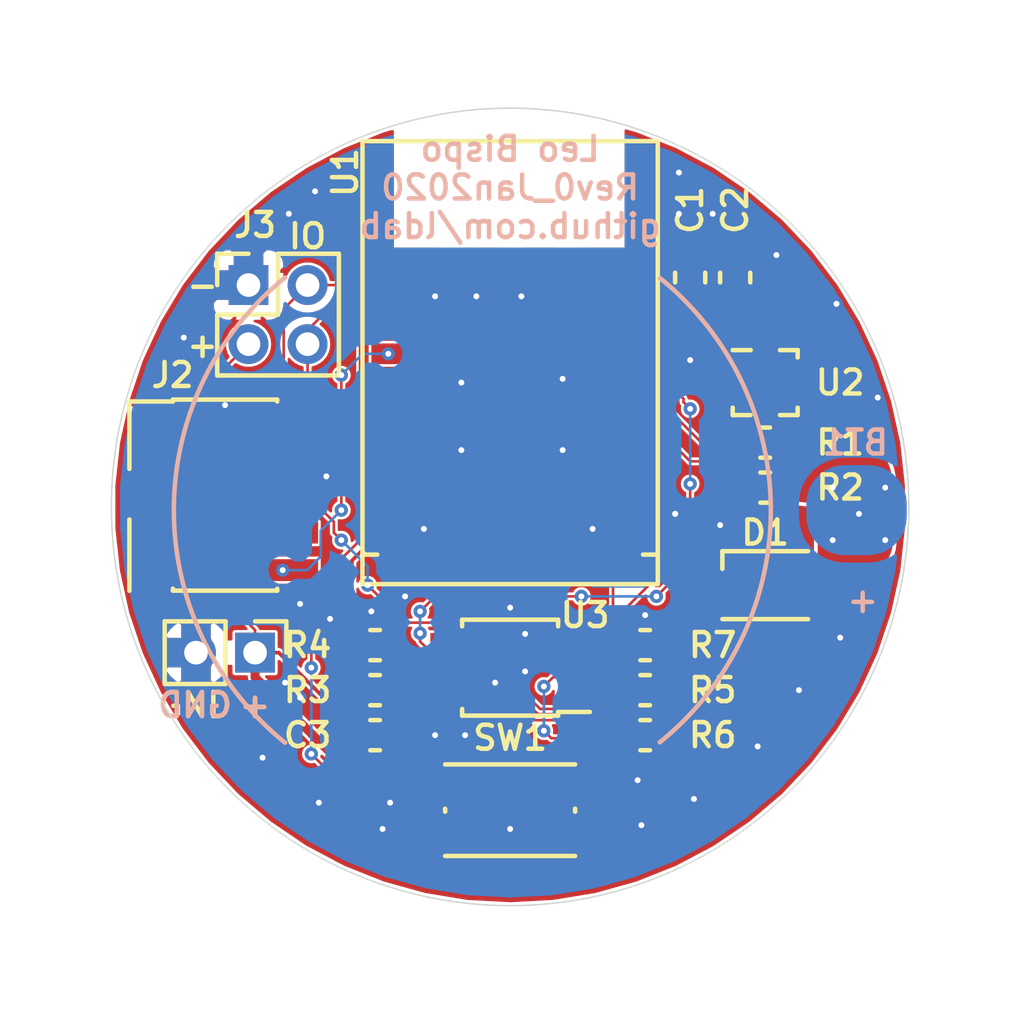
<source format=kicad_pcb>
(kicad_pcb (version 20171130) (host pcbnew "(5.1.4)-1")
  (layers (0 F.Cu signal) (31 B.Cu signal) (34 B.Paste user hide) (35 F.Paste user hide) (36 B.SilkS user) (37 F.SilkS user) (38 B.Mask user hide) (39 F.Mask user hide) (44 Edge.Cuts user))
  (net 0 "")
  (net 1 GND)
  (net 2 +BATT)
  (net 3 "Net-(D1-Pad4)")
  (net 4 "Net-(D1-Pad2)")
  (net 5 /RST)
  (net 6 /SWO\LED_B)
  (net 7 /SWDCLK)
  (net 8 /SWDIO)
  (net 9 /SCL)
  (net 10 /SDA)
  (net 11 /Switch)
  (net 12 /LED_R)
  (net 13 /LED_G)
  (net 14 /ADC_BATT)
  (net 15 "Net-(R5-Pad2)")
  (net 16 "Net-(R6-Pad2)")
  (net 17 "Net-(R7-Pad2)")
  (net 18 "Net-(D1-Pad1)")
  (module Connector_PinHeader_2.00mm:PinHeader_2x02_P2.00mm_Vertical (layer F.Cu) (at 120.682 79.248)
    (fp_text reference J3 (at 0.222 -2.032) (layer F.SilkS) (effects (font (size 0.8128 0.8128) (thickness 0.1524))))
    (fp_text value Conn_01x04)
    (fp_line (start -1.06 -1.06) (end 0 -1.06) (layer F.SilkS) (width 0.1524))
    (fp_line (start -1.06 0) (end -1.06 -1.06) (layer F.SilkS) (width 0.1524))
    (fp_line (start 1 -1.06) (end 3.06 -1.06) (layer F.SilkS) (width 0.1524))
    (fp_line (start 1 1) (end 1 -1.06) (layer F.SilkS) (width 0.1524))
    (fp_line (start -1.06 1) (end 1 1) (layer F.SilkS) (width 0.1524))
    (fp_line (start 3.06 -1.06) (end 3.06 3.06) (layer F.SilkS) (width 0.1524))
    (fp_line (start -1.06 1) (end -1.06 3.06) (layer F.SilkS) (width 0.1524))
    (fp_line (start -1.06 3.06) (end 3.06 3.06) (layer F.SilkS) (width 0.1524))
    (pad 4 thru_hole oval (at 2 2) (size 1.35 1.35) (drill 0.8) (layers *.Cu *.Mask) (net 7 /SWDCLK))
    (pad 3 thru_hole oval (at 0 2) (size 1.35 1.35) (drill 0.8) (layers *.Cu *.Mask) (net 2 +BATT))
    (pad 2 thru_hole oval (at 2 0) (size 1.35 1.35) (drill 0.8) (layers *.Cu *.Mask) (net 8 /SWDIO))
    (pad 1 thru_hole rect (at 0 0) (size 1.35 1.35) (drill 0.8) (layers *.Cu *.Mask) (net 1 GND))
  )
  (module custom:NINA-B3 (layer F.Cu) (at 129.54 84.074 90)
    (fp_text reference U1 (at 8.636 -5.588 90) (layer F.SilkS) (effects (font (size 0.8128 0.8128) (thickness 0.1524))))
    (fp_text value NINA-B3 hide)
    (fp_line (start -4.3 -5) (end -4.3 -4.5) (layer F.SilkS) (width 0.1524))
    (fp_line (start -4.3 5) (end -4.3 4.5) (layer F.SilkS) (width 0.1524))
    (fp_line (start 9.6995 -4.99872) (end -4.29844 -4.99872) (layer F.SilkS) (width 0.1524))
    (fp_line (start 9.6995 4.99872) (end 9.6995 -4.99872) (layer F.SilkS) (width 0.1524))
    (fp_line (start -4.29844 4.99872) (end 9.6995 4.99872) (layer F.SilkS) (width 0.1524))
    (fp_line (start -5.3 -4.99872) (end -5.3 4.99872) (layer F.SilkS) (width 0.1524))
    (fp_line (start -5.3 5) (end -4.3 5) (layer F.SilkS) (width 0.1524))
    (fp_line (start -5.3 -5) (end -4.3 -5) (layer F.SilkS) (width 0.1524))
    (pad 71 smd rect (at 9.05166 4.318 90) (size 0.7 0.7) (layers F.Cu F.Paste F.Mask) (net 1 GND))
    (pad 70 smd rect (at 9.05166 -4.34996 90) (size 0.7 0.7) (layers F.Cu F.Paste F.Mask) (net 1 GND))
    (pad 69 smd rect (at 6.50166 4.318 90) (size 0.7 0.7) (layers F.Cu F.Paste F.Mask) (net 1 GND))
    (pad 68 smd rect (at 6.50166 -4.34996 90) (size 0.7 0.7) (layers F.Cu F.Paste F.Mask) (net 1 GND))
    (pad 55 smd rect (at -4.64834 4 90) (size 0.7 0.7) (layers F.Cu F.Paste F.Mask))
    (pad 54 smd rect (at -4.64834 3 90) (size 0.7 0.7) (layers F.Cu F.Paste F.Mask))
    (pad 48 smd rect (at -4.64834 -3 90) (size 0.7 0.7) (layers F.Cu F.Paste F.Mask))
    (pad 47 smd rect (at -4.64834 -4 90) (size 0.7 0.7) (layers F.Cu F.Paste F.Mask))
    (pad 49 smd rect (at -4.64834 -2 90) (size 0.7 0.7) (layers F.Cu F.Paste F.Mask))
    (pad 50 smd rect (at -4.64834 -1 90) (size 0.7 0.7) (layers F.Cu F.Paste F.Mask))
    (pad 52 smd rect (at -4.64834 1 90) (size 0.7 0.7) (layers F.Cu F.Paste F.Mask))
    (pad 51 smd rect (at -4.64834 0 90) (size 0.7 0.7) (layers F.Cu F.Paste F.Mask))
    (pad 36 smd rect (at 3.45166 2.75004 90) (size 0.7 0.7) (layers F.Cu F.Paste F.Mask))
    (pad 35 smd rect (at 2.35166 2.75004 90) (size 0.7 0.7) (layers F.Cu F.Paste F.Mask))
    (pad 34 smd rect (at 1.25166 2.75004 90) (size 0.7 0.7) (layers F.Cu F.Paste F.Mask))
    (pad 33 smd rect (at 0.15166 2.75004 90) (size 0.7 0.7) (layers F.Cu F.Paste F.Mask))
    (pad 32 smd rect (at -0.94834 2.75004 90) (size 0.7 0.7) (layers F.Cu F.Paste F.Mask))
    (pad 43 smd rect (at -2.04834 -1.64996 90) (size 0.7 0.7) (layers F.Cu F.Paste F.Mask))
    (pad 31 smd rect (at -2.04834 2.75004 90) (size 0.7 0.7) (layers F.Cu F.Paste F.Mask))
    (pad 53 smd rect (at -4.64834 2 90) (size 0.7 0.7) (layers F.Cu F.Paste F.Mask) (net 1 GND))
    (pad 46 smd rect (at -2.04834 1.65004 90) (size 0.7 0.7) (layers F.Cu F.Paste F.Mask))
    (pad 44 smd rect (at -2.04834 -0.54996 90) (size 0.7 0.7) (layers F.Cu F.Paste F.Mask))
    (pad 45 smd rect (at -2.04834 0.55004 90) (size 0.7 0.7) (layers F.Cu F.Paste F.Mask))
    (pad 37 smd rect (at 3.45166 -2.74996 90) (size 0.7 0.7) (layers F.Cu F.Paste F.Mask))
    (pad 41 smd rect (at -0.94834 -2.74996 90) (size 0.7 0.7) (layers F.Cu F.Paste F.Mask))
    (pad 40 smd rect (at 0.15166 -2.74996 90) (size 0.7 0.7) (layers F.Cu F.Paste F.Mask))
    (pad 38 smd rect (at 2.35166 -2.74996 90) (size 0.7 0.7) (layers F.Cu F.Paste F.Mask))
    (pad 39 smd rect (at 1.25166 -2.74996 90) (size 0.7 0.7) (layers F.Cu F.Paste F.Mask))
    (pad 42 smd rect (at -2.04834 -2.74996 90) (size 0.7 0.7) (layers F.Cu F.Paste F.Mask))
    (pad 11 smd rect (at 5.42468 1.99898 270) (size 1.15 0.7) (layers F.Cu F.Paste F.Mask) (net 7 /SWDCLK))
    (pad 12 smd rect (at 5.42468 0.99822 270) (size 1.15 0.7) (layers F.Cu F.Paste F.Mask) (net 1 GND))
    (pad 13 smd rect (at 5.42468 0 270) (size 1.15 0.7) (layers F.Cu F.Paste F.Mask))
    (pad 14 smd rect (at 5.42468 -0.99822 270) (size 1.15 0.7) (layers F.Cu F.Paste F.Mask) (net 1 GND))
    (pad 15 smd rect (at 5.42468 -1.99898 270) (size 1.15 0.7) (layers F.Cu F.Paste F.Mask) (net 8 /SWDIO))
    (pad 64 smd rect (at 2.72466 1.72466 90) (size 0.7 0.7) (layers F.Cu F.Paste F.Mask) (net 1 GND))
    (pad 67 smd rect (at 2.72466 -1.72466 90) (size 0.7 0.7) (layers F.Cu F.Paste F.Mask) (net 1 GND))
    (pad 58 smd rect (at 0.42596 1.72466 90) (size 0.7 0.7) (layers F.Cu F.Paste F.Mask) (net 1 GND))
    (pad 61 smd rect (at 0.42596 -1.72466 90) (size 0.7 0.7) (layers F.Cu F.Paste F.Mask) (net 1 GND))
    (pad 57 smd rect (at -0.72466 -0.57404 90) (size 0.7 0.7) (layers F.Cu F.Paste F.Mask) (net 1 GND))
    (pad 60 smd rect (at 0.42596 -0.57404 90) (size 0.7 0.7) (layers F.Cu F.Paste F.Mask) (net 1 GND))
    (pad 63 smd rect (at 1.57404 -0.57404 90) (size 0.7 0.7) (layers F.Cu F.Paste F.Mask) (net 1 GND))
    (pad 66 smd rect (at 2.72466 -0.57404 90) (size 0.7 0.7) (layers F.Cu F.Paste F.Mask) (net 1 GND))
    (pad 65 smd rect (at 2.72466 0.57404 90) (size 0.7 0.7) (layers F.Cu F.Paste F.Mask) (net 1 GND))
    (pad 56 smd rect (at -0.72466 0.57404 90) (size 0.7 0.7) (layers F.Cu F.Paste F.Mask) (net 1 GND))
    (pad 59 smd rect (at 0.42596 0.57404 90) (size 0.7 0.7) (layers F.Cu F.Paste F.Mask) (net 1 GND))
    (pad 62 smd rect (at 1.57404 0.57404 90) (size 0.7 0.7) (layers F.Cu F.Paste F.Mask) (net 1 GND))
    (pad 30 smd rect (at -3.42468 1.99898 270) (size 1.15 0.7) (layers F.Cu F.Paste F.Mask) (net 1 GND))
    (pad 29 smd rect (at -3.42468 0.99822 270) (size 1.15 0.7) (layers F.Cu F.Paste F.Mask))
    (pad 28 smd rect (at -3.42468 0 270) (size 1.15 0.7) (layers F.Cu F.Paste F.Mask))
    (pad 27 smd rect (at -3.42468 -0.99822 270) (size 1.15 0.7) (layers F.Cu F.Paste F.Mask))
    (pad 26 smd rect (at -3.42468 -1.99898 270) (size 1.15 0.7) (layers F.Cu F.Paste F.Mask) (net 1 GND))
    (pad 1 smd rect (at -3.49834 4.12496 180) (size 1.15 0.7) (layers F.Cu F.Paste F.Mask) (net 12 /LED_R))
    (pad 2 smd rect (at -2.49758 4.12496 180) (size 1.15 0.7) (layers F.Cu F.Paste F.Mask))
    (pad 3 smd rect (at -1.49936 4.12496 180) (size 1.15 0.7) (layers F.Cu F.Paste F.Mask))
    (pad 4 smd rect (at -0.4986 4.12496 180) (size 1.15 0.7) (layers F.Cu F.Paste F.Mask) (net 10 /SDA))
    (pad 5 smd rect (at 0.50216 4.12496 180) (size 1.15 0.7) (layers F.Cu F.Paste F.Mask) (net 9 /SCL))
    (pad 6 smd rect (at 1.49784 4.12496 180) (size 1.15 0.7) (layers F.Cu F.Paste F.Mask) (net 1 GND))
    (pad 7 smd rect (at 2.4986 4.12496 180) (size 1.15 0.7) (layers F.Cu F.Paste F.Mask) (net 13 /LED_G))
    (pad 8 smd rect (at 3.49936 4.12496 180) (size 1.15 0.7) (layers F.Cu F.Paste F.Mask) (net 6 /SWO\LED_B))
    (pad 9 smd rect (at 4.49758 4.12496 180) (size 1.15 0.7) (layers F.Cu F.Paste F.Mask) (net 2 +BATT))
    (pad 10 smd rect (at 5.49834 4.12496 180) (size 1.15 0.7) (layers F.Cu F.Paste F.Mask) (net 2 +BATT))
    (pad 25 smd rect (at -3.49834 -4.12496 180) (size 1.15 0.7) (layers F.Cu F.Paste F.Mask) (net 14 /ADC_BATT))
    (pad 24 smd rect (at -2.49758 -4.12496 180) (size 1.15 0.7) (layers F.Cu F.Paste F.Mask))
    (pad 23 smd rect (at -1.49936 -4.12496 180) (size 1.15 0.7) (layers F.Cu F.Paste F.Mask))
    (pad 22 smd rect (at -0.4986 -4.12496 180) (size 1.15 0.7) (layers F.Cu F.Paste F.Mask))
    (pad 21 smd rect (at 0.50216 -4.12496 180) (size 1.15 0.7) (layers F.Cu F.Paste F.Mask))
    (pad 20 smd rect (at 1.49784 -4.12496 180) (size 1.15 0.7) (layers F.Cu F.Paste F.Mask))
    (pad 19 smd rect (at 2.4986 -4.12496 180) (size 1.15 0.7) (layers F.Cu F.Paste F.Mask) (net 5 /RST))
    (pad 18 smd rect (at 3.49936 -4.12496 180) (size 1.15 0.7) (layers F.Cu F.Paste F.Mask) (net 11 /Switch))
    (pad 17 smd rect (at 4.49758 -4.12496 180) (size 1.15 0.7) (layers F.Cu F.Paste F.Mask))
    (pad 16 smd rect (at 5.49834 -4.12496 180) (size 1.15 0.7) (layers F.Cu F.Paste F.Mask))
  )
  (module LED_SMD:LED_Cree-PLCC4_2x2mm_CW (layer F.Cu) (at 138.176 89.408)
    (fp_text reference D1 (at 0 -1.778) (layer F.SilkS) (effects (font (size 0.8128 0.8128) (thickness 0.1524))))
    (fp_text value LED_RBAG)
    (fp_line (start -1.45 1.15) (end 1.45 1.15) (layer F.SilkS) (width 0.1524))
    (fp_line (start -1.45 -1.15) (end 1.45 -1.15) (layer F.SilkS) (width 0.1524))
    (fp_line (start -1.45 -0.55) (end -1.45 -1.15) (layer F.SilkS) (width 0.1524))
    (pad 4 smd rect (at -0.75 0.55) (size 1 0.8) (layers F.Cu F.Paste F.Mask) (net 3 "Net-(D1-Pad4)"))
    (pad 3 smd rect (at 0.75 0.55) (size 1 0.8) (layers F.Cu F.Paste F.Mask) (net 2 +BATT))
    (pad 2 smd rect (at 0.75 -0.55) (size 1 0.8) (layers F.Cu F.Paste F.Mask) (net 4 "Net-(D1-Pad2)"))
    (pad 1 smd rect (at -0.75 -0.55) (size 1 0.8) (layers F.Cu F.Paste F.Mask) (net 18 "Net-(D1-Pad1)"))
  )
  (module Connector_PinHeader_2.00mm:PinHeader_1x02_P2.00mm_Vertical (layer F.Cu) (at 120.904 91.694 270)
    (fp_text reference J1 hide)
    (fp_text value "EXT VCC")
    (fp_line (start -1.06 -1.06) (end 0 -1.06) (layer F.SilkS) (width 0.1524))
    (fp_line (start -1.06 0) (end -1.06 -1.06) (layer F.SilkS) (width 0.1524))
    (fp_line (start -1.06 1) (end 1.06 1) (layer F.SilkS) (width 0.1524))
    (fp_line (start 1.06 1) (end 1.06 3.06) (layer F.SilkS) (width 0.1524))
    (fp_line (start -1.06 1) (end -1.06 3.06) (layer F.SilkS) (width 0.1524))
    (fp_line (start -1.06 3.06) (end 1.06 3.06) (layer F.SilkS) (width 0.1524))
    (pad 2 thru_hole oval (at 0 2 270) (size 1.35 1.35) (drill 0.8) (layers *.Cu *.Mask) (net 1 GND))
    (pad 1 thru_hole rect (at 0 0 270) (size 1.35 1.35) (drill 0.8) (layers *.Cu *.Mask) (net 2 +BATT))
  )
  (module Package_DFN_QFN:AMS_QFN-4-1EP_2x2mm_P0.95mm_EP0.7x1.6mm (layer F.Cu) (at 138.176 82.55)
    (fp_text reference U2 (at 2.54 0) (layer F.SilkS) (effects (font (size 0.8128 0.8128) (thickness 0.1524))))
    (fp_text value SHTC3)
    (fp_line (start 1.1 -1.1) (end 0.5 -1.1) (layer F.SilkS) (width 0.1524))
    (fp_line (start 1.1 -1.1) (end 1.1 -0.85) (layer F.SilkS) (width 0.1524))
    (fp_line (start 1.1 1.1) (end 1.1 0.85) (layer F.SilkS) (width 0.1524))
    (fp_line (start 1.1 1.1) (end 0.5 1.1) (layer F.SilkS) (width 0.1524))
    (fp_line (start -1.1 1.1) (end -1.1 0.85) (layer F.SilkS) (width 0.1524))
    (fp_line (start -1.1 1.1) (end -0.5 1.1) (layer F.SilkS) (width 0.1524))
    (fp_line (start -0.49 -1.1) (end -1.1 -1.1) (layer F.SilkS) (width 0.1524))
    (pad 5 smd rect (at 0 0) (size 0.7 1.6) (layers F.Cu F.Mask))
    (pad 4 smd rect (at 0.95 -0.475) (size 0.6 0.4) (layers F.Cu F.Paste F.Mask) (net 1 GND))
    (pad 2 smd rect (at -0.95 0.475) (size 0.6 0.4) (layers F.Cu F.Paste F.Mask) (net 9 /SCL))
    (pad 1 smd rect (at -0.95 -0.475) (size 0.6 0.4) (layers F.Cu F.Paste F.Mask) (net 2 +BATT))
    (pad 3 smd rect (at 0.95 0.475) (size 0.6 0.4) (layers F.Cu F.Paste F.Mask) (net 10 /SDA))
  )
  (module custom:BS-8-1 (layer B.Cu) (at 128.27 86.868)
    (fp_text reference BT1 (at 12.954 -2.286) (layer B.SilkS) (effects (font (size 0.8128 0.8128) (thickness 0.1524)) (justify mirror)))
    (fp_text value Battery_Cell)
    (fp_text user + (at 13.208 3.048) (layer B.SilkS) (effects (font (size 0.8128 0.8128) (thickness 0.1524)) (justify mirror)))
    (fp_arc (start 0 0) (end 6.35 -7.85) (angle 102.1455124) (layer B.SilkS) (width 0.1524))
    (fp_arc (start 0 0) (end -6.35 7.874) (angle 102.2310071) (layer B.SilkS) (width 0.1524))
    (pad 2 smd rect (at -6.1 0) (size 4.5 2.4) (drill (offset -2.25 0)) (layers B.Cu B.Paste B.Mask) (net 1 GND))
    (pad 1 smd roundrect (at 11.3 0 270) (size 3.05 3.4) (drill (offset 0 -1.7)) (layers B.Cu B.Paste B.Mask) (roundrect_rratio 0.426) (net 2 +BATT))
  )
  (module Resistor_SMD:R_0603_1608Metric (layer F.Cu) (at 124.968 91.44)
    (fp_text reference R4 (at -2.286 0) (layer F.SilkS) (effects (font (size 0.8128 0.8128) (thickness 0.1524))))
    (fp_text value 1M)
    (fp_line (start -0.162779 -0.51) (end 0.162779 -0.51) (layer F.SilkS) (width 0.1524))
    (fp_line (start -0.162779 0.51) (end 0.162779 0.51) (layer F.SilkS) (width 0.1524))
    (pad 1 smd roundrect (at -0.7875 0) (size 0.875 0.95) (layers F.Cu F.Paste F.Mask) (net 14 /ADC_BATT))
    (pad 2 smd roundrect (at 0.7875 0) (size 0.875 0.95) (layers F.Cu F.Paste F.Mask) (net 1 GND))
  )
  (module Resistor_SMD:R_0603_1608Metric (layer F.Cu) (at 124.968 92.964 180)
    (fp_text reference R3 (at 2.286 0) (layer F.SilkS) (effects (font (size 0.8128 0.8128) (thickness 0.1524))))
    (fp_text value 1M)
    (fp_line (start -0.162779 -0.51) (end 0.162779 -0.51) (layer F.SilkS) (width 0.1524))
    (fp_line (start -0.162779 0.51) (end 0.162779 0.51) (layer F.SilkS) (width 0.1524))
    (pad 1 smd roundrect (at -0.7875 0 180) (size 0.875 0.95) (layers F.Cu F.Paste F.Mask) (net 2 +BATT))
    (pad 2 smd roundrect (at 0.7875 0 180) (size 0.875 0.95) (layers F.Cu F.Paste F.Mask) (net 14 /ADC_BATT))
  )
  (module Package_SO:TSSOP-8_3x3mm_P0.65mm (layer F.Cu) (at 129.54 92.202 180)
    (fp_text reference U3 (at -2.54 1.778) (layer F.SilkS) (effects (font (size 0.8128 0.8128) (thickness 0.1524))))
    (fp_text value 74LVC3G07)
    (fp_line (start -1.625 -1.625) (end -1.625 -1.5) (layer F.SilkS) (width 0.1524))
    (fp_line (start 1.625 -1.625) (end 1.625 -1.4) (layer F.SilkS) (width 0.1524))
    (fp_line (start 1.625 1.625) (end 1.625 1.4) (layer F.SilkS) (width 0.1524))
    (fp_line (start -1.625 1.625) (end -1.625 1.4) (layer F.SilkS) (width 0.1524))
    (fp_line (start -1.625 -1.625) (end 1.625 -1.625) (layer F.SilkS) (width 0.1524))
    (fp_line (start -1.625 1.625) (end 1.625 1.625) (layer F.SilkS) (width 0.1524))
    (fp_line (start -1.625 -1.5) (end -2.7 -1.5) (layer F.SilkS) (width 0.1524))
    (pad 1 smd rect (at -2.15 -0.975 180) (size 1.1 0.4) (layers F.Cu F.Paste F.Mask) (net 12 /LED_R))
    (pad 2 smd rect (at -2.15 -0.325 180) (size 1.1 0.4) (layers F.Cu F.Paste F.Mask) (net 16 "Net-(R6-Pad2)"))
    (pad 3 smd rect (at -2.15 0.325 180) (size 1.1 0.4) (layers F.Cu F.Paste F.Mask) (net 6 /SWO\LED_B))
    (pad 4 smd rect (at -2.15 0.975 180) (size 1.1 0.4) (layers F.Cu F.Paste F.Mask) (net 1 GND))
    (pad 5 smd rect (at 2.15 0.975 180) (size 1.1 0.4) (layers F.Cu F.Paste F.Mask) (net 17 "Net-(R7-Pad2)"))
    (pad 6 smd rect (at 2.15 0.325 180) (size 1.1 0.4) (layers F.Cu F.Paste F.Mask) (net 13 /LED_G))
    (pad 7 smd rect (at 2.15 -0.325 180) (size 1.1 0.4) (layers F.Cu F.Paste F.Mask) (net 15 "Net-(R5-Pad2)"))
    (pad 8 smd rect (at 2.15 -0.975 180) (size 1.1 0.4) (layers F.Cu F.Paste F.Mask) (net 2 +BATT))
  )
  (module SamacSys_Parts:SW_Push_1P1T_NO_CK_KMR2 (layer F.Cu) (at 129.54 97.028)
    (fp_text reference SW1 (at 0 -2.45) (layer F.SilkS) (effects (font (size 0.8128 0.8128) (thickness 0.1524))))
    (fp_text value SW_Push_KMR2)
    (fp_line (start 2.2 0.05) (end 2.2 -0.05) (layer F.SilkS) (width 0.1524))
    (fp_line (start -2.2 1.55) (end 2.2 1.55) (layer F.SilkS) (width 0.1524))
    (fp_line (start 2.2 -1.55) (end -2.2 -1.55) (layer F.SilkS) (width 0.1524))
    (fp_line (start -2.2 0.05) (end -2.2 -0.05) (layer F.SilkS) (width 0.1524))
    (pad 1 smd rect (at -2.05 -0.8 90) (size 0.9 1) (layers F.Cu F.Paste F.Mask) (net 11 /Switch))
    (pad 2 smd rect (at -2.05 0.8 90) (size 0.9 1) (layers F.Cu F.Paste F.Mask) (net 1 GND))
    (pad 1 smd rect (at 2.05 -0.8 90) (size 0.9 1) (layers F.Cu F.Paste F.Mask) (net 11 /Switch))
    (pad 2 smd rect (at 2.05 0.8 90) (size 0.9 1) (layers F.Cu F.Paste F.Mask) (net 1 GND))
  )
  (module Resistor_SMD:R_0603_1608Metric (layer F.Cu) (at 138.176 86.106 180)
    (fp_text reference R2 (at -2.54 0) (layer F.SilkS) (effects (font (size 0.8128 0.8128) (thickness 0.1524))))
    (fp_text value 4K7)
    (fp_line (start -0.162779 -0.51) (end 0.162779 -0.51) (layer F.SilkS) (width 0.1524))
    (fp_line (start -0.162779 0.51) (end 0.162779 0.51) (layer F.SilkS) (width 0.1524))
    (pad 1 smd roundrect (at -0.7875 0 180) (size 0.875 0.95) (layers F.Cu F.Paste F.Mask) (net 2 +BATT))
    (pad 2 smd roundrect (at 0.7875 0 180) (size 0.875 0.95) (layers F.Cu F.Paste F.Mask) (net 10 /SDA))
  )
  (module Resistor_SMD:R_0603_1608Metric (layer F.Cu) (at 138.176 84.582 180)
    (fp_text reference R1 (at -2.54 0) (layer F.SilkS) (effects (font (size 0.8128 0.8128) (thickness 0.1524))))
    (fp_text value 4K7)
    (fp_line (start -0.162779 -0.51) (end 0.162779 -0.51) (layer F.SilkS) (width 0.1524))
    (fp_line (start -0.162779 0.51) (end 0.162779 0.51) (layer F.SilkS) (width 0.1524))
    (pad 1 smd roundrect (at -0.7875 0 180) (size 0.875 0.95) (layers F.Cu F.Paste F.Mask) (net 2 +BATT))
    (pad 2 smd roundrect (at 0.7875 0 180) (size 0.875 0.95) (layers F.Cu F.Paste F.Mask) (net 9 /SCL))
  )
  (module Resistor_SMD:R_0603_1608Metric (layer F.Cu) (at 134.112 91.44 180)
    (fp_text reference R7 (at -2.286 0) (layer F.SilkS) (effects (font (size 0.8128 0.8128) (thickness 0.1524))))
    (fp_text value 1K)
    (fp_line (start -0.162779 -0.51) (end 0.162779 -0.51) (layer F.SilkS) (width 0.1524))
    (fp_line (start -0.162779 0.51) (end 0.162779 0.51) (layer F.SilkS) (width 0.1524))
    (pad 1 smd roundrect (at -0.7875 0 180) (size 0.875 0.95) (layers F.Cu F.Paste F.Mask) (net 4 "Net-(D1-Pad2)"))
    (pad 2 smd roundrect (at 0.7875 0 180) (size 0.875 0.95) (layers F.Cu F.Paste F.Mask) (net 17 "Net-(R7-Pad2)"))
  )
  (module Resistor_SMD:R_0603_1608Metric (layer F.Cu) (at 134.112 94.488 180)
    (fp_text reference R6 (at -2.286 0) (layer F.SilkS) (effects (font (size 0.8128 0.8128) (thickness 0.1524))))
    (fp_text value 1K)
    (fp_line (start -0.162779 -0.51) (end 0.162779 -0.51) (layer F.SilkS) (width 0.1524))
    (fp_line (start -0.162779 0.51) (end 0.162779 0.51) (layer F.SilkS) (width 0.1524))
    (pad 1 smd roundrect (at -0.7875 0 180) (size 0.875 0.95) (layers F.Cu F.Paste F.Mask) (net 3 "Net-(D1-Pad4)"))
    (pad 2 smd roundrect (at 0.7875 0 180) (size 0.875 0.95) (layers F.Cu F.Paste F.Mask) (net 16 "Net-(R6-Pad2)"))
  )
  (module Resistor_SMD:R_0603_1608Metric (layer F.Cu) (at 134.112 92.964 180)
    (fp_text reference R5 (at -2.286 0) (layer F.SilkS) (effects (font (size 0.8128 0.8128) (thickness 0.1524))))
    (fp_text value 1K)
    (fp_line (start -0.162779 -0.51) (end 0.162779 -0.51) (layer F.SilkS) (width 0.1524))
    (fp_line (start -0.162779 0.51) (end 0.162779 0.51) (layer F.SilkS) (width 0.1524))
    (pad 1 smd roundrect (at -0.7875 0 180) (size 0.875 0.95) (layers F.Cu F.Paste F.Mask) (net 18 "Net-(D1-Pad1)"))
    (pad 2 smd roundrect (at 0.7875 0 180) (size 0.875 0.95) (layers F.Cu F.Paste F.Mask) (net 15 "Net-(R5-Pad2)"))
  )
  (module custom:SWD_JTAG (layer F.Cu) (at 119.888 86.36)
    (fp_text reference J2 (at -1.778 -4.064) (layer F.SilkS) (effects (font (size 0.8128 0.8128) (thickness 0.1524))))
    (fp_text value Conn_ARM_JTAG_SWD_10)
    (fp_line (start -1.765 -3.235) (end 1.765 -3.235) (layer F.SilkS) (width 0.1524))
    (fp_line (start -1.765 3.235) (end 1.765 3.235) (layer F.SilkS) (width 0.1524))
    (fp_line (start -3.09 -3.17) (end -1.765 -3.17) (layer F.SilkS) (width 0.1524))
    (fp_line (start -1.765 -3.235) (end -1.765 -3.17) (layer F.SilkS) (width 0.1524))
    (fp_line (start 1.765 -3.235) (end 1.765 -3.17) (layer F.SilkS) (width 0.1524))
    (fp_line (start -1.765 3.17) (end -1.765 3.235) (layer F.SilkS) (width 0.1524))
    (fp_line (start 1.765 3.17) (end 1.765 3.235) (layer F.SilkS) (width 0.1524))
    (fp_line (start -3.09 -3.17) (end -3.2385 -3.175) (layer F.SilkS) (width 0.1524))
    (fp_line (start -3.2385 -3.175) (end -3.2385 -0.889) (layer F.SilkS) (width 0.1524))
    (fp_line (start -3.2385 0.8255) (end -3.2385 3.2385) (layer F.SilkS) (width 0.1524))
    (pad 1 smd rect (at -1.95 -2.54) (size 2.4 0.74) (layers F.Cu F.Paste F.Mask) (net 2 +BATT))
    (pad 2 smd rect (at 1.95 -2.54) (size 2.4 0.74) (layers F.Cu F.Paste F.Mask) (net 8 /SWDIO))
    (pad 3 smd rect (at -1.95 -1.27) (size 2.4 0.74) (layers F.Cu F.Paste F.Mask) (net 1 GND))
    (pad 4 smd rect (at 1.95 -1.27) (size 2.4 0.74) (layers F.Cu F.Paste F.Mask) (net 7 /SWDCLK))
    (pad 5 smd rect (at -1.95 0) (size 2.4 0.74) (layers F.Cu F.Paste F.Mask) (net 1 GND))
    (pad 6 smd rect (at 1.95 0) (size 2.4 0.74) (layers F.Cu F.Paste F.Mask) (net 6 /SWO\LED_B))
    (pad 7 smd rect (at -1.95 1.27) (size 2.4 0.74) (layers F.Cu F.Paste F.Mask))
    (pad 8 smd rect (at 1.95 1.27) (size 2.4 0.74) (layers F.Cu F.Paste F.Mask))
    (pad 9 smd rect (at -1.95 2.54) (size 2.4 0.74) (layers F.Cu F.Paste F.Mask) (net 1 GND))
    (pad 10 smd rect (at 1.95 2.54) (size 2.4 0.74) (layers F.Cu F.Paste F.Mask) (net 5 /RST))
  )
  (module Capacitor_SMD:C_0603_1608Metric (layer F.Cu) (at 124.968 94.488 180)
    (fp_text reference C3 (at 2.286 0) (layer F.SilkS) (effects (font (size 0.8128 0.8128) (thickness 0.1524))))
    (fp_text value 100n)
    (fp_line (start -0.162779 -0.51) (end 0.162779 -0.51) (layer F.SilkS) (width 0.1524))
    (fp_line (start -0.162779 0.51) (end 0.162779 0.51) (layer F.SilkS) (width 0.1524))
    (pad 1 smd roundrect (at -0.7875 0 180) (size 0.875 0.95) (layers F.Cu F.Paste F.Mask) (net 2 +BATT))
    (pad 2 smd roundrect (at 0.7875 0 180) (size 0.875 0.95) (layers F.Cu F.Paste F.Mask) (net 1 GND))
  )
  (module Capacitor_SMD:C_0603_1608Metric (layer F.Cu) (at 137.16 78.994 90)
    (fp_text reference C2 (at 2.286 0 90) (layer F.SilkS) (effects (font (size 0.8128 0.8128) (thickness 0.1524))))
    (fp_text value 100n)
    (fp_line (start -0.162779 -0.51) (end 0.162779 -0.51) (layer F.SilkS) (width 0.1524))
    (fp_line (start -0.162779 0.51) (end 0.162779 0.51) (layer F.SilkS) (width 0.1524))
    (pad 1 smd roundrect (at -0.7875 0 90) (size 0.875 0.95) (layers F.Cu F.Paste F.Mask) (net 2 +BATT))
    (pad 2 smd roundrect (at 0.7875 0 90) (size 0.875 0.95) (layers F.Cu F.Paste F.Mask) (net 1 GND))
  )
  (module Capacitor_SMD:C_0603_1608Metric (layer F.Cu) (at 135.636 78.994 90)
    (fp_text reference C1 (at 2.286 0 90) (layer F.SilkS) (effects (font (size 0.8128 0.8128) (thickness 0.1524))))
    (fp_text value 100n)
    (fp_line (start -0.162779 -0.51) (end 0.162779 -0.51) (layer F.SilkS) (width 0.1524))
    (fp_line (start -0.162779 0.51) (end 0.162779 0.51) (layer F.SilkS) (width 0.1524))
    (pad 1 smd roundrect (at -0.7875 0 90) (size 0.875 0.95) (layers F.Cu F.Paste F.Mask) (net 2 +BATT))
    (pad 2 smd roundrect (at 0.7875 0 90) (size 0.875 0.95) (layers F.Cu F.Paste F.Mask) (net 1 GND))
  )
  (gr_text "Leo Bispo\nRev0_Jan2020\ngithub.com/ldab" (at 129.54 75.946) (layer B.SilkS) (effects (font (size 0.8128 0.8128) (thickness 0.1524)) (justify mirror)))
  (gr_text + (at 120.904 93.472) (layer B.SilkS) (effects (font (size 0.8128 0.8128) (thickness 0.1524)) (justify mirror)))
  (gr_text GND (at 118.872 93.472) (layer B.SilkS) (effects (font (size 0.8128 0.8128) (thickness 0.1524)) (justify mirror)))
  (gr_text GND (at 118.872 93.472) (layer F.SilkS) (effects (font (size 0.8128 0.8128) (thickness 0.1524))))
  (gr_text + (at 120.904 93.472) (layer F.SilkS) (effects (font (size 0.8128 0.8128) (thickness 0.1524))))
  (gr_text IO (at 122.682 77.597) (layer F.SilkS) (effects (font (size 0.8128 0.8128) (thickness 0.1524))))
  (gr_text - (at 119.126 79.248) (layer F.SilkS) (effects (font (size 0.8128 0.8128) (thickness 0.1524))))
  (gr_text + (at 119.126 81.28) (layer F.SilkS) (effects (font (size 0.8128 0.8128) (thickness 0.1524))))
  (gr_circle (center 129.54 86.759) (end 143.04 86.759) (layer Edge.Cuts) (width 0.05))
  (via (at 135.255 75.438) (size 0.45) (drill 0.2) (layers F.Cu B.Cu) (net 1))
  (via (at 135.255 76.835) (size 0.45) (drill 0.2) (layers F.Cu B.Cu) (net 1))
  (via (at 136.398 76.835) (size 0.45) (drill 0.2) (layers F.Cu B.Cu) (net 1))
  (via (at 138.557 78.232) (size 0.45) (drill 0.2) (layers F.Cu B.Cu) (net 1))
  (via (at 129.032 92.71) (size 0.45) (drill 0.2) (layers F.Cu B.Cu) (net 1))
  (via (at 130.048 92.329) (size 0.45) (drill 0.2) (layers F.Cu B.Cu) (net 1))
  (via (at 130.048 91.059) (size 0.45) (drill 0.2) (layers F.Cu B.Cu) (net 1))
  (via (at 134.112 90.424) (size 0.45) (drill 0.2) (layers F.Cu B.Cu) (net 1))
  (via (at 129.54 90.17) (size 0.45) (drill 0.2) (layers F.Cu B.Cu) (net 1))
  (via (at 124.841 90.297) (size 0.45) (drill 0.2) (layers F.Cu B.Cu) (net 1))
  (via (at 125.984 89.789) (size 0.45) (drill 0.2) (layers F.Cu B.Cu) (net 1))
  (via (at 122.428 90.043) (size 0.45) (drill 0.2) (layers F.Cu B.Cu) (net 1))
  (via (at 121.158 95.25) (size 0.45) (drill 0.2) (layers F.Cu B.Cu) (net 1))
  (via (at 123.063 96.774) (size 0.45) (drill 0.2) (layers F.Cu B.Cu) (net 1))
  (via (at 125.222 97.663) (size 0.45) (drill 0.2) (layers F.Cu B.Cu) (net 1))
  (via (at 129.54 97.663) (size 0.45) (drill 0.2) (layers F.Cu B.Cu) (net 1))
  (via (at 133.985 97.536) (size 0.45) (drill 0.2) (layers F.Cu B.Cu) (net 1))
  (via (at 135.763 96.647) (size 0.45) (drill 0.2) (layers F.Cu B.Cu) (net 1))
  (via (at 137.922 94.869) (size 0.45) (drill 0.2) (layers F.Cu B.Cu) (net 1))
  (via (at 139.319 92.964) (size 0.45) (drill 0.2) (layers F.Cu B.Cu) (net 1))
  (via (at 140.716 91.186) (size 0.45) (drill 0.2) (layers F.Cu B.Cu) (net 1))
  (via (at 141.986 83.058) (size 0.45) (drill 0.2) (layers F.Cu B.Cu) (net 1))
  (via (at 140.589 79.883) (size 0.45) (drill 0.2) (layers F.Cu B.Cu) (net 1))
  (via (at 135.636 81.788) (size 0.45) (drill 0.2) (layers F.Cu B.Cu) (net 1))
  (via (at 135.128 86.995) (size 0.45) (drill 0.2) (layers F.Cu B.Cu) (net 1))
  (via (at 135.128 86.995) (size 0.45) (drill 0.2) (layers F.Cu B.Cu) (net 1))
  (via (at 136.652 87.376) (size 0.45) (drill 0.2) (layers F.Cu B.Cu) (net 1))
  (via (at 119.888 83.312) (size 0.45) (drill 0.2) (layers F.Cu B.Cu) (net 1))
  (via (at 118.491 81.026) (size 0.45) (drill 0.2) (layers F.Cu B.Cu) (net 1))
  (via (at 122.047 76.835) (size 0.45) (drill 0.2) (layers F.Cu B.Cu) (net 1))
  (via (at 122.936 76.073) (size 0.45) (drill 0.2) (layers F.Cu B.Cu) (net 1))
  (via (at 127.889 84.836) (size 0.45) (drill 0.2) (layers F.Cu B.Cu) (net 1))
  (via (at 127.889 82.55) (size 0.45) (drill 0.2) (layers F.Cu B.Cu) (net 1))
  (via (at 131.318 82.423) (size 0.45) (drill 0.2) (layers F.Cu B.Cu) (net 1))
  (via (at 131.318 84.836) (size 0.45) (drill 0.2) (layers F.Cu B.Cu) (net 1))
  (via (at 126.619 87.503) (size 0.45) (drill 0.2) (layers F.Cu B.Cu) (net 1))
  (via (at 132.334 87.503) (size 0.45) (drill 0.2) (layers F.Cu B.Cu) (net 1))
  (via (at 127 79.629) (size 0.45) (drill 0.2) (layers F.Cu B.Cu) (net 1))
  (via (at 128.397 79.629) (size 0.45) (drill 0.2) (layers F.Cu B.Cu) (net 1))
  (via (at 129.921 79.629) (size 0.45) (drill 0.2) (layers F.Cu B.Cu) (net 1))
  (via (at 123.317 85.725) (size 0.45) (drill 0.2) (layers F.Cu B.Cu) (net 1))
  (via (at 123.444 90.551) (size 0.45) (drill 0.2) (layers F.Cu B.Cu) (net 1))
  (via (at 127 94.488) (size 0.45) (drill 0.2) (layers F.Cu B.Cu) (net 1))
  (via (at 128.016 94.488) (size 0.45) (drill 0.2) (layers F.Cu B.Cu) (net 1))
  (via (at 125.476 96.774) (size 0.45) (drill 0.2) (layers F.Cu B.Cu) (net 1))
  (via (at 133.858 96.012) (size 0.45) (drill 0.2) (layers F.Cu B.Cu) (net 1))
  (via (at 121.92 92.71) (size 0.45) (drill 0.2) (layers F.Cu B.Cu) (net 1))
  (via (at 122.428 93.218) (size 0.45) (drill 0.2) (layers F.Cu B.Cu) (net 1))
  (via (at 142.24 87.884) (size 0.45) (drill 0.2) (layers F.Cu B.Cu) (net 2))
  (via (at 140.462 87.884) (size 0.45) (drill 0.2) (layers F.Cu B.Cu) (net 2))
  (via (at 142.24 86.106) (size 0.45) (drill 0.2) (layers F.Cu B.Cu) (net 2))
  (via (at 141.351 86.995) (size 0.45) (drill 0.2) (layers F.Cu B.Cu) (net 2))
  (via (at 140.462 86.106) (size 0.45) (drill 0.2) (layers F.Cu B.Cu) (net 2))
  (segment (start 125.7555 93.913) (end 125.7555 92.964) (width 0.127) (layer F.Cu) (net 2))
  (segment (start 125.9685 93.177) (end 125.7555 92.964) (width 0.127) (layer F.Cu) (net 2))
  (segment (start 127.39 93.177) (end 125.9685 93.177) (width 0.127) (layer F.Cu) (net 2))
  (segment (start 125.7555 94.488) (end 125.7555 93.913) (width 0.127) (layer F.Cu) (net 2))
  (segment (start 121.706 91.694) (end 120.904 91.694) (width 0.127) (layer F.Cu) (net 2))
  (segment (start 123.738 93.726) (end 121.706 91.694) (width 0.127) (layer F.Cu) (net 2))
  (segment (start 125.7555 93.913) (end 125.5685 93.726) (width 0.127) (layer F.Cu) (net 2))
  (segment (start 125.5685 93.726) (end 123.738 93.726) (width 0.127) (layer F.Cu) (net 2))
  (segment (start 118.11 83.82) (end 117.938 83.82) (width 0.0889) (layer F.Cu) (net 2))
  (segment (start 120.682 81.248) (end 118.11 83.82) (width 0.0889) (layer F.Cu) (net 2))
  (segment (start 119.2269 83.82) (end 120.015 84.6081) (width 0.0889) (layer F.Cu) (net 2))
  (segment (start 117.938 83.82) (end 119.2269 83.82) (width 0.0889) (layer F.Cu) (net 2))
  (segment (start 120.904 90.9301) (end 120.904 91.694) (width 0.0889) (layer F.Cu) (net 2))
  (segment (start 120.015 90.0411) (end 120.904 90.9301) (width 0.0889) (layer F.Cu) (net 2))
  (segment (start 120.015 84.6081) (end 120.015 90.0411) (width 0.0889) (layer F.Cu) (net 2))
  (segment (start 137.226 79.8475) (end 137.16 79.7815) (width 0.0889) (layer F.Cu) (net 2))
  (segment (start 137.226 82.075) (end 137.226 79.8475) (width 0.0889) (layer F.Cu) (net 2))
  (segment (start 138.926 89.958) (end 138.926 92.666874) (width 0.3048) (layer F.Cu) (net 2))
  (segment (start 138.926 92.666874) (end 136.342874 95.25) (width 0.3048) (layer F.Cu) (net 2))
  (segment (start 120.904 92.527874) (end 120.904 91.694) (width 0.3048) (layer F.Cu) (net 2))
  (segment (start 123.626126 95.25) (end 120.904 92.527874) (width 0.3048) (layer F.Cu) (net 2))
  (segment (start 136.342874 95.25) (end 123.626126 95.25) (width 0.3048) (layer F.Cu) (net 2))
  (segment (start 137.426 91.9615) (end 134.8995 94.488) (width 0.0889) (layer F.Cu) (net 3))
  (segment (start 137.426 89.958) (end 137.426 91.9615) (width 0.0889) (layer F.Cu) (net 3))
  (segment (start 138.926 88.3691) (end 138.5679 88.011) (width 0.0889) (layer F.Cu) (net 4))
  (segment (start 138.926 88.858) (end 138.926 88.3691) (width 0.0889) (layer F.Cu) (net 4))
  (segment (start 137.132968 88.011) (end 135.763 89.380968) (width 0.0889) (layer F.Cu) (net 4))
  (segment (start 138.5679 88.011) (end 137.132968 88.011) (width 0.0889) (layer F.Cu) (net 4))
  (segment (start 135.763 90.5765) (end 134.8995 91.44) (width 0.0889) (layer F.Cu) (net 4))
  (segment (start 135.763 89.380968) (end 135.763 90.5765) (width 0.0889) (layer F.Cu) (net 4))
  (via (at 125.41504 81.5754) (size 0.45) (drill 0.2) (layers F.Cu B.Cu) (net 5))
  (via (at 123.825 82.296) (size 0.45) (drill 0.2) (layers F.Cu B.Cu) (net 5))
  (segment (start 123.825 82.296) (end 123.825 86.741) (width 0.0889) (layer F.Cu) (net 5))
  (via (at 121.838 88.9) (size 0.45) (drill 0.2) (layers F.Cu B.Cu) (net 5))
  (via (at 123.825 86.868) (size 0.45) (drill 0.2) (layers F.Cu B.Cu) (net 5))
  (segment (start 121.838 88.9) (end 122.668 88.9) (width 0.0889) (layer B.Cu) (net 5))
  (segment (start 123.1269 88.4411) (end 123.1269 87.5661) (width 0.0889) (layer B.Cu) (net 5))
  (segment (start 123.600001 87.092999) (end 123.825 86.868) (width 0.0889) (layer B.Cu) (net 5))
  (segment (start 122.668 88.9) (end 123.1269 88.4411) (width 0.0889) (layer B.Cu) (net 5))
  (segment (start 123.1269 87.5661) (end 123.600001 87.092999) (width 0.0889) (layer B.Cu) (net 5))
  (segment (start 124.5456 81.5754) (end 123.825 82.296) (width 0.0889) (layer B.Cu) (net 5))
  (segment (start 125.41504 81.5754) (end 124.5456 81.5754) (width 0.0889) (layer B.Cu) (net 5))
  (segment (start 132.3289 91.877) (end 131.69 91.877) (width 0.0889) (layer F.Cu) (net 6))
  (segment (start 132.461 91.7449) (end 132.3289 91.877) (width 0.0889) (layer F.Cu) (net 6))
  (segment (start 132.461 90.678) (end 132.461 91.7449) (width 0.0889) (layer F.Cu) (net 6))
  (segment (start 133.277772 80.57464) (end 132.842 81.010412) (width 0.0889) (layer F.Cu) (net 6))
  (segment (start 133.66496 80.57464) (end 133.277772 80.57464) (width 0.0889) (layer F.Cu) (net 6))
  (segment (start 132.842 81.010412) (end 132.842 88.011) (width 0.0889) (layer F.Cu) (net 6))
  (segment (start 132.842 88.011) (end 133.023351 88.192351) (width 0.0889) (layer F.Cu) (net 6))
  (segment (start 133.023351 88.192351) (end 133.023351 90.115649) (width 0.0889) (layer F.Cu) (net 6))
  (segment (start 133.023351 90.115649) (end 132.461 90.678) (width 0.0889) (layer F.Cu) (net 6))
  (via (at 123.825 87.884) (size 0.45) (drill 0.2) (layers F.Cu B.Cu) (net 6))
  (via (at 124.714 89.408) (size 0.45) (drill 0.2) (layers F.Cu B.Cu) (net 6))
  (segment (start 123.825 87.884) (end 124.714 88.773) (width 0.0889) (layer B.Cu) (net 6))
  (segment (start 124.714 88.773) (end 124.714 89.408) (width 0.0889) (layer B.Cu) (net 6))
  (segment (start 125.984 90.678) (end 132.461 90.678) (width 0.0889) (layer F.Cu) (net 6))
  (segment (start 124.714 89.408) (end 125.984 90.678) (width 0.0889) (layer F.Cu) (net 6))
  (segment (start 123.571 87.63) (end 123.600001 87.659001) (width 0.0889) (layer F.Cu) (net 6))
  (segment (start 123.571 87.263) (end 123.571 87.63) (width 0.0889) (layer F.Cu) (net 6))
  (segment (start 121.838 86.36) (end 122.668 86.36) (width 0.0889) (layer F.Cu) (net 6))
  (segment (start 122.668 86.36) (end 123.571 87.263) (width 0.0889) (layer F.Cu) (net 6))
  (segment (start 123.600001 87.659001) (end 123.825 87.884) (width 0.0889) (layer F.Cu) (net 6))
  (segment (start 131.53898 78.64932) (end 131.53898 79.502) (width 0.0889) (layer F.Cu) (net 7))
  (segment (start 131.53898 79.502) (end 131.53898 79.53502) (width 0.0889) (layer F.Cu) (net 7))
  (segment (start 131.53898 79.53502) (end 130.937 80.137) (width 0.0889) (layer F.Cu) (net 7))
  (segment (start 126.096721 80.091289) (end 123.362711 80.091289) (width 0.0889) (layer F.Cu) (net 7))
  (segment (start 130.937 80.137) (end 126.142432 80.137) (width 0.0889) (layer F.Cu) (net 7))
  (segment (start 126.142432 80.137) (end 126.096721 80.091289) (width 0.0889) (layer F.Cu) (net 7))
  (segment (start 123.362711 80.091289) (end 123.19 80.264) (width 0.0889) (layer F.Cu) (net 7))
  (segment (start 122.682 81.248) (end 122.682 80.772) (width 0.127) (layer F.Cu) (net 7))
  (segment (start 122.682 80.772) (end 123.19 80.264) (width 0.0889) (layer F.Cu) (net 7))
  (segment (start 122.682 82.202594) (end 123.444 82.964594) (width 0.0889) (layer F.Cu) (net 7))
  (segment (start 122.682 81.248) (end 122.682 82.202594) (width 0.0889) (layer F.Cu) (net 7))
  (segment (start 123.1269 85.09) (end 121.838 85.09) (width 0.0889) (layer F.Cu) (net 7))
  (segment (start 123.444 82.964594) (end 123.444 84.7729) (width 0.0889) (layer F.Cu) (net 7))
  (segment (start 123.444 84.7729) (end 123.1269 85.09) (width 0.0889) (layer F.Cu) (net 7))
  (segment (start 122.007001 79.922999) (end 122.682 79.248) (width 0.0889) (layer F.Cu) (net 8))
  (segment (start 121.873649 80.056351) (end 122.007001 79.922999) (width 0.0889) (layer F.Cu) (net 8))
  (segment (start 121.873649 83.325451) (end 121.873649 80.056351) (width 0.0889) (layer F.Cu) (net 8))
  (segment (start 121.838 83.3611) (end 121.873649 83.325451) (width 0.0889) (layer F.Cu) (net 8))
  (segment (start 121.838 83.82) (end 121.838 83.3611) (width 0.0889) (layer F.Cu) (net 8))
  (segment (start 122.682 79.248) (end 124.333 79.248) (width 0.0889) (layer F.Cu) (net 8))
  (segment (start 127.10212 78.64932) (end 127.54102 78.64932) (width 0.0889) (layer F.Cu) (net 8))
  (segment (start 126.658371 79.093069) (end 127.10212 78.64932) (width 0.0889) (layer F.Cu) (net 8))
  (segment (start 124.487931 79.093069) (end 126.658371 79.093069) (width 0.0889) (layer F.Cu) (net 8))
  (segment (start 124.333 79.248) (end 124.487931 79.093069) (width 0.0889) (layer F.Cu) (net 8))
  (segment (start 137.226 84.4195) (end 137.3885 84.582) (width 0.0889) (layer F.Cu) (net 9))
  (segment (start 137.226 83.025) (end 137.226 84.4195) (width 0.0889) (layer F.Cu) (net 9))
  (segment (start 137.3885 84.582) (end 136.017 84.582) (width 0.0889) (layer F.Cu) (net 9))
  (segment (start 135.00684 83.57184) (end 133.66496 83.57184) (width 0.0889) (layer F.Cu) (net 9))
  (segment (start 136.017 84.582) (end 135.00684 83.57184) (width 0.0889) (layer F.Cu) (net 9))
  (segment (start 137.850112 85.644388) (end 137.3885 86.106) (width 0.0889) (layer F.Cu) (net 10))
  (segment (start 138.176 85.3185) (end 137.850112 85.644388) (width 0.0889) (layer F.Cu) (net 10))
  (segment (start 138.176 84.2639) (end 138.176 85.3185) (width 0.0889) (layer F.Cu) (net 10))
  (segment (start 139.126 83.025) (end 139.126 83.3139) (width 0.0889) (layer F.Cu) (net 10))
  (segment (start 139.126 83.3139) (end 138.176 84.2639) (width 0.0889) (layer F.Cu) (net 10))
  (segment (start 137.3885 86.106) (end 136.4995 85.217) (width 0.0889) (layer F.Cu) (net 10))
  (segment (start 136.4995 85.217) (end 135.636 85.217) (width 0.0889) (layer F.Cu) (net 10))
  (segment (start 134.9916 84.5726) (end 133.66496 84.5726) (width 0.0889) (layer F.Cu) (net 10))
  (segment (start 135.636 85.217) (end 134.9916 84.5726) (width 0.0889) (layer F.Cu) (net 10))
  (segment (start 128.0789 96.228) (end 131.59 96.228) (width 0.0889) (layer F.Cu) (net 11))
  (segment (start 127.49 96.228) (end 128.0789 96.228) (width 0.0889) (layer F.Cu) (net 11))
  (segment (start 127.49 96.228) (end 123.952 96.228) (width 0.0889) (layer F.Cu) (net 11))
  (via (at 122.809 95.123) (size 0.45) (drill 0.2) (layers F.Cu B.Cu) (net 11))
  (segment (start 123.952 96.228) (end 123.914 96.228) (width 0.0889) (layer F.Cu) (net 11))
  (segment (start 123.914 96.228) (end 122.809 95.123) (width 0.0889) (layer F.Cu) (net 11))
  (via (at 122.809 92.202) (size 0.45) (drill 0.2) (layers F.Cu B.Cu) (net 11))
  (segment (start 122.809 95.123) (end 122.809 92.202) (width 0.0889) (layer B.Cu) (net 11))
  (segment (start 124.91136 80.57464) (end 125.41504 80.57464) (width 0.0889) (layer F.Cu) (net 11))
  (segment (start 122.809 90.551) (end 123.825 89.535) (width 0.0889) (layer F.Cu) (net 11))
  (segment (start 122.809 92.202) (end 122.809 90.551) (width 0.0889) (layer F.Cu) (net 11))
  (segment (start 123.825 89.535) (end 123.825 88.519) (width 0.0889) (layer F.Cu) (net 11))
  (segment (start 123.825 88.519) (end 124.46 87.884) (width 0.0889) (layer F.Cu) (net 11))
  (segment (start 124.46 87.884) (end 124.46 81.026) (width 0.0889) (layer F.Cu) (net 11))
  (segment (start 124.46 81.026) (end 124.91136 80.57464) (width 0.0889) (layer F.Cu) (net 11))
  (segment (start 132.75364 91.90936) (end 132.75364 90.89336) (width 0.0889) (layer F.Cu) (net 12))
  (segment (start 132.53719 92.12581) (end 132.75364 91.90936) (width 0.0889) (layer F.Cu) (net 12))
  (segment (start 132.53719 93.01481) (end 132.53719 92.12581) (width 0.0889) (layer F.Cu) (net 12))
  (segment (start 131.69 93.177) (end 132.375 93.177) (width 0.0889) (layer F.Cu) (net 12))
  (segment (start 132.375 93.177) (end 132.53719 93.01481) (width 0.0889) (layer F.Cu) (net 12))
  (segment (start 132.75364 90.89336) (end 134.493 89.154) (width 0.0889) (layer F.Cu) (net 12))
  (segment (start 133.88996 87.57234) (end 133.66496 87.57234) (width 0.0889) (layer F.Cu) (net 12))
  (segment (start 134.493 88.17538) (end 133.88996 87.57234) (width 0.0889) (layer F.Cu) (net 12))
  (segment (start 134.493 89.154) (end 134.493 88.17538) (width 0.0889) (layer F.Cu) (net 12))
  (via (at 126.492 91.03635) (size 0.45) (drill 0.2) (layers F.Cu B.Cu) (net 13))
  (segment (start 126.492 91.319032) (end 126.492 91.03635) (width 0.0889) (layer F.Cu) (net 13))
  (segment (start 127.39 91.877) (end 127.049968 91.877) (width 0.0889) (layer F.Cu) (net 13))
  (segment (start 127.049968 91.877) (end 126.492 91.319032) (width 0.0889) (layer F.Cu) (net 13))
  (via (at 126.492 90.297) (size 0.45) (drill 0.2) (layers F.Cu B.Cu) (net 13))
  (segment (start 126.492 91.03635) (end 126.492 90.297) (width 0.0889) (layer B.Cu) (net 13))
  (segment (start 126.492 90.297) (end 126.746 90.043) (width 0.0889) (layer F.Cu) (net 13))
  (segment (start 126.746 90.043) (end 127 89.789) (width 0.0889) (layer F.Cu) (net 13))
  (via (at 131.953 89.789) (size 0.45) (drill 0.2) (layers F.Cu B.Cu) (net 13))
  (segment (start 127 89.789) (end 131.953 89.789) (width 0.0889) (layer F.Cu) (net 13))
  (via (at 134.493 89.789) (size 0.45) (drill 0.2) (layers F.Cu B.Cu) (net 13))
  (segment (start 131.953 89.789) (end 134.493 89.789) (width 0.0889) (layer B.Cu) (net 13))
  (segment (start 134.493 89.789) (end 135.382 88.9) (width 0.0889) (layer F.Cu) (net 13))
  (via (at 135.636 85.979) (size 0.45) (drill 0.2) (layers F.Cu B.Cu) (net 13))
  (segment (start 135.382 88.9) (end 135.636 88.646) (width 0.0889) (layer F.Cu) (net 13))
  (segment (start 135.636 88.646) (end 135.636 85.979) (width 0.0889) (layer F.Cu) (net 13))
  (via (at 135.636 83.439) (size 0.45) (drill 0.2) (layers F.Cu B.Cu) (net 13))
  (segment (start 135.636 85.979) (end 135.636 83.439) (width 0.0889) (layer B.Cu) (net 13))
  (segment (start 133.88996 81.5754) (end 133.66496 81.5754) (width 0.0889) (layer F.Cu) (net 13))
  (segment (start 135.411001 83.096441) (end 133.88996 81.5754) (width 0.0889) (layer F.Cu) (net 13))
  (segment (start 135.636 83.439) (end 135.411001 83.214001) (width 0.0889) (layer F.Cu) (net 13))
  (segment (start 135.411001 83.214001) (end 135.411001 83.096441) (width 0.0889) (layer F.Cu) (net 13))
  (segment (start 124.1805 92.964) (end 124.1805 91.44) (width 0.127) (layer F.Cu) (net 14))
  (segment (start 125.19004 87.57234) (end 125.41504 87.57234) (width 0.127) (layer F.Cu) (net 14))
  (segment (start 124.1805 88.58188) (end 125.19004 87.57234) (width 0.127) (layer F.Cu) (net 14))
  (segment (start 124.1805 91.44) (end 124.1805 88.58188) (width 0.127) (layer F.Cu) (net 14))
  (segment (start 133.3245 92.964) (end 132.3085 93.98) (width 0.0889) (layer F.Cu) (net 15))
  (segment (start 132.3085 93.98) (end 129.667 93.98) (width 0.0889) (layer F.Cu) (net 15))
  (segment (start 128.214 92.527) (end 127.39 92.527) (width 0.0889) (layer F.Cu) (net 15))
  (segment (start 129.667 93.98) (end 128.214 92.527) (width 0.0889) (layer F.Cu) (net 15))
  (via (at 130.683 92.837) (size 0.45) (drill 0.2) (layers F.Cu B.Cu) (net 16))
  (segment (start 131.69 92.527) (end 130.993 92.527) (width 0.0889) (layer F.Cu) (net 16))
  (segment (start 130.993 92.527) (end 130.683 92.837) (width 0.0889) (layer F.Cu) (net 16))
  (via (at 130.683 94.33835) (size 0.45) (drill 0.2) (layers F.Cu B.Cu) (net 16))
  (segment (start 130.683 92.837) (end 130.683 94.33835) (width 0.0889) (layer B.Cu) (net 16))
  (segment (start 130.683 94.33835) (end 130.937 94.59235) (width 0.0889) (layer F.Cu) (net 16))
  (segment (start 130.937 94.59235) (end 133.3245 94.59235) (width 0.0889) (layer F.Cu) (net 16))
  (segment (start 128.184 91.227) (end 127.39 91.227) (width 0.0889) (layer F.Cu) (net 17))
  (segment (start 133.3245 91.44) (end 133.3245 91.7195) (width 0.0889) (layer F.Cu) (net 17))
  (segment (start 133.3245 91.7195) (end 132.715 92.329) (width 0.0889) (layer F.Cu) (net 17))
  (segment (start 132.715 92.329) (end 132.715 93.091) (width 0.0889) (layer F.Cu) (net 17))
  (segment (start 132.715 93.091) (end 132.207 93.599) (width 0.0889) (layer F.Cu) (net 17))
  (segment (start 132.207 93.599) (end 130.556 93.599) (width 0.0889) (layer F.Cu) (net 17))
  (segment (start 130.556 93.599) (end 128.184 91.227) (width 0.0889) (layer F.Cu) (net 17))
  (segment (start 136.8371 88.858) (end 136.398 89.2971) (width 0.0889) (layer F.Cu) (net 18))
  (segment (start 137.426 88.858) (end 136.8371 88.858) (width 0.0889) (layer F.Cu) (net 18))
  (segment (start 136.398 91.4655) (end 134.8995 92.964) (width 0.0889) (layer F.Cu) (net 18))
  (segment (start 136.398 89.2971) (end 136.398 91.4655) (width 0.0889) (layer F.Cu) (net 18))
  (zone (net 1) (net_name GND) (layer B.Cu) (connect_pads thru_hole_only (clearance 0.25)) (min_thickness 0.127) (fill yes (arc_segments 32) (thermal_gap 0.5) (thermal_bridge_width 1))
    (polygon (pts (xy 112.268 69.596) (xy 146.812 69.596) (xy 146.812 104.14) (xy 112.268 104.14) (xy 112.268 101.092)))
  )
  (zone (net 0) (net_name "") (layers F&B.Cu) (connect_pads (clearance 0.25)) (min_thickness 0.254)
    (keepout (tracks not_allowed) (vias not_allowed) (copperpour not_allowed))
    (fill (arc_segments 32) (thermal_gap 0.508) (thermal_bridge_width 0.508))
    (polygon (pts (xy 125.603 73.406) (xy 133.4135 73.406) (xy 133.4135 77.978) (xy 125.603 77.978)))
  )
  (zone (net 2) (net_name +BATT) (layer F.Cu) (priority 1) (connect_pads thru_hole_only (clearance 0.127)) (min_thickness 0.0889) (fill yes (arc_segments 32) (thermal_gap 0.508) (thermal_bridge_width 0.508) (smoothing fillet) (radius 1))
    (polygon (pts (xy 139.954 85.598) (xy 142.494 85.598) (xy 142.494 88.392) (xy 140.208 90.678) (xy 138.303 90.678) (xy 138.303 89.535) (xy 139.954 89.535)))
  )
  (zone (net 2) (net_name +BATT) (layer F.Cu) (priority 1) (connect_pads thru_hole_only (clearance 0.127)) (min_thickness 0.0889) (fill yes (arc_segments 32) (thermal_gap 0.508) (thermal_bridge_width 0.508) (smoothing fillet) (radius 2))
    (polygon (pts (xy 142.494 88.265) (xy 142.494 85.598) (xy 139.573 79.248) (xy 134.62 79.248) (xy 134.62 78.105) (xy 132.969 78.105) (xy 132.969 80.01) (xy 134.62 80.01) (xy 135.128 80.518) (xy 139.192 80.518) (xy 139.954 82.296) (xy 139.954 88.265)))
  )
  (zone (net 2) (net_name +BATT) (layer F.Cu) (priority 1) (connect_pads thru_hole_only (clearance 0.127)) (min_thickness 0.0889) (fill yes (arc_segments 32) (thermal_gap 0.508) (thermal_bridge_width 0.508) (smoothing fillet) (radius 2))
    (polygon (pts (xy 138.43 84.074) (xy 138.43 86.614) (xy 140.716 86.614) (xy 140.716 84.074)))
  )
  (zone (net 1) (net_name GND) (layer F.Cu) (connect_pads thru_hole_only (clearance 0.0889)) (min_thickness 0.0889) (fill yes (arc_segments 32) (thermal_gap 0.5) (thermal_bridge_width 1))
    (polygon (pts (xy 112.395 104.142702) (xy 146.939 104.142702) (xy 146.939 69.598702) (xy 112.395 69.598702) (xy 112.395 72.646702)))
  )
)
</source>
